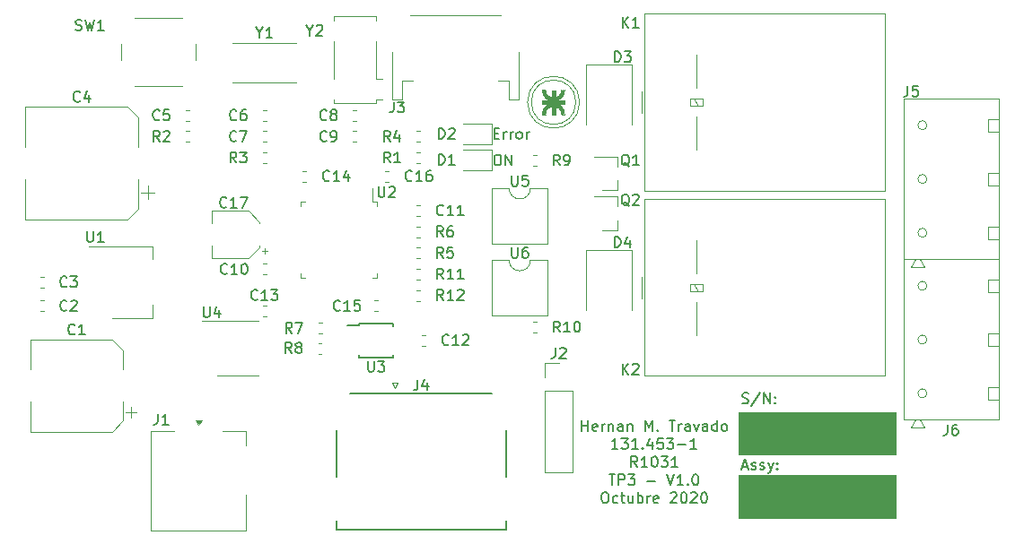
<source format=gbr>
G04 #@! TF.GenerationSoftware,KiCad,Pcbnew,(5.1.6)-1*
G04 #@! TF.CreationDate,2020-10-27T15:13:45-03:00*
G04 #@! TF.ProjectId,HMIconSTM32,484d4963-6f6e-4535-944d-33322e6b6963,v1.0*
G04 #@! TF.SameCoordinates,Original*
G04 #@! TF.FileFunction,Legend,Top*
G04 #@! TF.FilePolarity,Positive*
%FSLAX46Y46*%
G04 Gerber Fmt 4.6, Leading zero omitted, Abs format (unit mm)*
G04 Created by KiCad (PCBNEW (5.1.6)-1) date 2020-10-27 15:13:45*
%MOMM*%
%LPD*%
G01*
G04 APERTURE LIST*
%ADD10C,0.200000*%
%ADD11C,0.100000*%
%ADD12C,0.150000*%
%ADD13C,0.120000*%
%ADD14C,0.127000*%
%ADD15C,0.250000*%
%ADD16C,0.050000*%
G04 APERTURE END LIST*
D10*
X125166666Y-90052380D02*
X125166666Y-89052380D01*
X125166666Y-89528571D02*
X125738095Y-89528571D01*
X125738095Y-90052380D02*
X125738095Y-89052380D01*
X126595238Y-90004761D02*
X126500000Y-90052380D01*
X126309523Y-90052380D01*
X126214285Y-90004761D01*
X126166666Y-89909523D01*
X126166666Y-89528571D01*
X126214285Y-89433333D01*
X126309523Y-89385714D01*
X126500000Y-89385714D01*
X126595238Y-89433333D01*
X126642857Y-89528571D01*
X126642857Y-89623809D01*
X126166666Y-89719047D01*
X127071428Y-90052380D02*
X127071428Y-89385714D01*
X127071428Y-89576190D02*
X127119047Y-89480952D01*
X127166666Y-89433333D01*
X127261904Y-89385714D01*
X127357142Y-89385714D01*
X127690476Y-89385714D02*
X127690476Y-90052380D01*
X127690476Y-89480952D02*
X127738095Y-89433333D01*
X127833333Y-89385714D01*
X127976190Y-89385714D01*
X128071428Y-89433333D01*
X128119047Y-89528571D01*
X128119047Y-90052380D01*
X129023809Y-90052380D02*
X129023809Y-89528571D01*
X128976190Y-89433333D01*
X128880952Y-89385714D01*
X128690476Y-89385714D01*
X128595238Y-89433333D01*
X129023809Y-90004761D02*
X128928571Y-90052380D01*
X128690476Y-90052380D01*
X128595238Y-90004761D01*
X128547619Y-89909523D01*
X128547619Y-89814285D01*
X128595238Y-89719047D01*
X128690476Y-89671428D01*
X128928571Y-89671428D01*
X129023809Y-89623809D01*
X129500000Y-89385714D02*
X129500000Y-90052380D01*
X129500000Y-89480952D02*
X129547619Y-89433333D01*
X129642857Y-89385714D01*
X129785714Y-89385714D01*
X129880952Y-89433333D01*
X129928571Y-89528571D01*
X129928571Y-90052380D01*
X131166666Y-90052380D02*
X131166666Y-89052380D01*
X131500000Y-89766666D01*
X131833333Y-89052380D01*
X131833333Y-90052380D01*
X132309523Y-89957142D02*
X132357142Y-90004761D01*
X132309523Y-90052380D01*
X132261904Y-90004761D01*
X132309523Y-89957142D01*
X132309523Y-90052380D01*
X133404761Y-89052380D02*
X133976190Y-89052380D01*
X133690476Y-90052380D02*
X133690476Y-89052380D01*
X134309523Y-90052380D02*
X134309523Y-89385714D01*
X134309523Y-89576190D02*
X134357142Y-89480952D01*
X134404761Y-89433333D01*
X134500000Y-89385714D01*
X134595238Y-89385714D01*
X135357142Y-90052380D02*
X135357142Y-89528571D01*
X135309523Y-89433333D01*
X135214285Y-89385714D01*
X135023809Y-89385714D01*
X134928571Y-89433333D01*
X135357142Y-90004761D02*
X135261904Y-90052380D01*
X135023809Y-90052380D01*
X134928571Y-90004761D01*
X134880952Y-89909523D01*
X134880952Y-89814285D01*
X134928571Y-89719047D01*
X135023809Y-89671428D01*
X135261904Y-89671428D01*
X135357142Y-89623809D01*
X135738095Y-89385714D02*
X135976190Y-90052380D01*
X136214285Y-89385714D01*
X137023809Y-90052380D02*
X137023809Y-89528571D01*
X136976190Y-89433333D01*
X136880952Y-89385714D01*
X136690476Y-89385714D01*
X136595238Y-89433333D01*
X137023809Y-90004761D02*
X136928571Y-90052380D01*
X136690476Y-90052380D01*
X136595238Y-90004761D01*
X136547619Y-89909523D01*
X136547619Y-89814285D01*
X136595238Y-89719047D01*
X136690476Y-89671428D01*
X136928571Y-89671428D01*
X137023809Y-89623809D01*
X137928571Y-90052380D02*
X137928571Y-89052380D01*
X137928571Y-90004761D02*
X137833333Y-90052380D01*
X137642857Y-90052380D01*
X137547619Y-90004761D01*
X137500000Y-89957142D01*
X137452380Y-89861904D01*
X137452380Y-89576190D01*
X137500000Y-89480952D01*
X137547619Y-89433333D01*
X137642857Y-89385714D01*
X137833333Y-89385714D01*
X137928571Y-89433333D01*
X138547619Y-90052380D02*
X138452380Y-90004761D01*
X138404761Y-89957142D01*
X138357142Y-89861904D01*
X138357142Y-89576190D01*
X138404761Y-89480952D01*
X138452380Y-89433333D01*
X138547619Y-89385714D01*
X138690476Y-89385714D01*
X138785714Y-89433333D01*
X138833333Y-89480952D01*
X138880952Y-89576190D01*
X138880952Y-89861904D01*
X138833333Y-89957142D01*
X138785714Y-90004761D01*
X138690476Y-90052380D01*
X138547619Y-90052380D01*
X128571428Y-91752380D02*
X128000000Y-91752380D01*
X128285714Y-91752380D02*
X128285714Y-90752380D01*
X128190476Y-90895238D01*
X128095238Y-90990476D01*
X128000000Y-91038095D01*
X128904761Y-90752380D02*
X129523809Y-90752380D01*
X129190476Y-91133333D01*
X129333333Y-91133333D01*
X129428571Y-91180952D01*
X129476190Y-91228571D01*
X129523809Y-91323809D01*
X129523809Y-91561904D01*
X129476190Y-91657142D01*
X129428571Y-91704761D01*
X129333333Y-91752380D01*
X129047619Y-91752380D01*
X128952380Y-91704761D01*
X128904761Y-91657142D01*
X130476190Y-91752380D02*
X129904761Y-91752380D01*
X130190476Y-91752380D02*
X130190476Y-90752380D01*
X130095238Y-90895238D01*
X130000000Y-90990476D01*
X129904761Y-91038095D01*
X130904761Y-91657142D02*
X130952380Y-91704761D01*
X130904761Y-91752380D01*
X130857142Y-91704761D01*
X130904761Y-91657142D01*
X130904761Y-91752380D01*
X131809523Y-91085714D02*
X131809523Y-91752380D01*
X131571428Y-90704761D02*
X131333333Y-91419047D01*
X131952380Y-91419047D01*
X132809523Y-90752380D02*
X132333333Y-90752380D01*
X132285714Y-91228571D01*
X132333333Y-91180952D01*
X132428571Y-91133333D01*
X132666666Y-91133333D01*
X132761904Y-91180952D01*
X132809523Y-91228571D01*
X132857142Y-91323809D01*
X132857142Y-91561904D01*
X132809523Y-91657142D01*
X132761904Y-91704761D01*
X132666666Y-91752380D01*
X132428571Y-91752380D01*
X132333333Y-91704761D01*
X132285714Y-91657142D01*
X133190476Y-90752380D02*
X133809523Y-90752380D01*
X133476190Y-91133333D01*
X133619047Y-91133333D01*
X133714285Y-91180952D01*
X133761904Y-91228571D01*
X133809523Y-91323809D01*
X133809523Y-91561904D01*
X133761904Y-91657142D01*
X133714285Y-91704761D01*
X133619047Y-91752380D01*
X133333333Y-91752380D01*
X133238095Y-91704761D01*
X133190476Y-91657142D01*
X134238095Y-91371428D02*
X135000000Y-91371428D01*
X136000000Y-91752380D02*
X135428571Y-91752380D01*
X135714285Y-91752380D02*
X135714285Y-90752380D01*
X135619047Y-90895238D01*
X135523809Y-90990476D01*
X135428571Y-91038095D01*
X130404761Y-93452380D02*
X130071428Y-92976190D01*
X129833333Y-93452380D02*
X129833333Y-92452380D01*
X130214285Y-92452380D01*
X130309523Y-92500000D01*
X130357142Y-92547619D01*
X130404761Y-92642857D01*
X130404761Y-92785714D01*
X130357142Y-92880952D01*
X130309523Y-92928571D01*
X130214285Y-92976190D01*
X129833333Y-92976190D01*
X131357142Y-93452380D02*
X130785714Y-93452380D01*
X131071428Y-93452380D02*
X131071428Y-92452380D01*
X130976190Y-92595238D01*
X130880952Y-92690476D01*
X130785714Y-92738095D01*
X131976190Y-92452380D02*
X132071428Y-92452380D01*
X132166666Y-92500000D01*
X132214285Y-92547619D01*
X132261904Y-92642857D01*
X132309523Y-92833333D01*
X132309523Y-93071428D01*
X132261904Y-93261904D01*
X132214285Y-93357142D01*
X132166666Y-93404761D01*
X132071428Y-93452380D01*
X131976190Y-93452380D01*
X131880952Y-93404761D01*
X131833333Y-93357142D01*
X131785714Y-93261904D01*
X131738095Y-93071428D01*
X131738095Y-92833333D01*
X131785714Y-92642857D01*
X131833333Y-92547619D01*
X131880952Y-92500000D01*
X131976190Y-92452380D01*
X132642857Y-92452380D02*
X133261904Y-92452380D01*
X132928571Y-92833333D01*
X133071428Y-92833333D01*
X133166666Y-92880952D01*
X133214285Y-92928571D01*
X133261904Y-93023809D01*
X133261904Y-93261904D01*
X133214285Y-93357142D01*
X133166666Y-93404761D01*
X133071428Y-93452380D01*
X132785714Y-93452380D01*
X132690476Y-93404761D01*
X132642857Y-93357142D01*
X134214285Y-93452380D02*
X133642857Y-93452380D01*
X133928571Y-93452380D02*
X133928571Y-92452380D01*
X133833333Y-92595238D01*
X133738095Y-92690476D01*
X133642857Y-92738095D01*
X127738095Y-94152380D02*
X128309523Y-94152380D01*
X128023809Y-95152380D02*
X128023809Y-94152380D01*
X128642857Y-95152380D02*
X128642857Y-94152380D01*
X129023809Y-94152380D01*
X129119047Y-94200000D01*
X129166666Y-94247619D01*
X129214285Y-94342857D01*
X129214285Y-94485714D01*
X129166666Y-94580952D01*
X129119047Y-94628571D01*
X129023809Y-94676190D01*
X128642857Y-94676190D01*
X129547619Y-94152380D02*
X130166666Y-94152380D01*
X129833333Y-94533333D01*
X129976190Y-94533333D01*
X130071428Y-94580952D01*
X130119047Y-94628571D01*
X130166666Y-94723809D01*
X130166666Y-94961904D01*
X130119047Y-95057142D01*
X130071428Y-95104761D01*
X129976190Y-95152380D01*
X129690476Y-95152380D01*
X129595238Y-95104761D01*
X129547619Y-95057142D01*
X131357142Y-94771428D02*
X132119047Y-94771428D01*
X133214285Y-94152380D02*
X133547619Y-95152380D01*
X133880952Y-94152380D01*
X134738095Y-95152380D02*
X134166666Y-95152380D01*
X134452380Y-95152380D02*
X134452380Y-94152380D01*
X134357142Y-94295238D01*
X134261904Y-94390476D01*
X134166666Y-94438095D01*
X135166666Y-95057142D02*
X135214285Y-95104761D01*
X135166666Y-95152380D01*
X135119047Y-95104761D01*
X135166666Y-95057142D01*
X135166666Y-95152380D01*
X135833333Y-94152380D02*
X135928571Y-94152380D01*
X136023809Y-94200000D01*
X136071428Y-94247619D01*
X136119047Y-94342857D01*
X136166666Y-94533333D01*
X136166666Y-94771428D01*
X136119047Y-94961904D01*
X136071428Y-95057142D01*
X136023809Y-95104761D01*
X135928571Y-95152380D01*
X135833333Y-95152380D01*
X135738095Y-95104761D01*
X135690476Y-95057142D01*
X135642857Y-94961904D01*
X135595238Y-94771428D01*
X135595238Y-94533333D01*
X135642857Y-94342857D01*
X135690476Y-94247619D01*
X135738095Y-94200000D01*
X135833333Y-94152380D01*
X127261904Y-95852380D02*
X127452380Y-95852380D01*
X127547619Y-95900000D01*
X127642857Y-95995238D01*
X127690476Y-96185714D01*
X127690476Y-96519047D01*
X127642857Y-96709523D01*
X127547619Y-96804761D01*
X127452380Y-96852380D01*
X127261904Y-96852380D01*
X127166666Y-96804761D01*
X127071428Y-96709523D01*
X127023809Y-96519047D01*
X127023809Y-96185714D01*
X127071428Y-95995238D01*
X127166666Y-95900000D01*
X127261904Y-95852380D01*
X128547619Y-96804761D02*
X128452380Y-96852380D01*
X128261904Y-96852380D01*
X128166666Y-96804761D01*
X128119047Y-96757142D01*
X128071428Y-96661904D01*
X128071428Y-96376190D01*
X128119047Y-96280952D01*
X128166666Y-96233333D01*
X128261904Y-96185714D01*
X128452380Y-96185714D01*
X128547619Y-96233333D01*
X128833333Y-96185714D02*
X129214285Y-96185714D01*
X128976190Y-95852380D02*
X128976190Y-96709523D01*
X129023809Y-96804761D01*
X129119047Y-96852380D01*
X129214285Y-96852380D01*
X129976190Y-96185714D02*
X129976190Y-96852380D01*
X129547619Y-96185714D02*
X129547619Y-96709523D01*
X129595238Y-96804761D01*
X129690476Y-96852380D01*
X129833333Y-96852380D01*
X129928571Y-96804761D01*
X129976190Y-96757142D01*
X130452380Y-96852380D02*
X130452380Y-95852380D01*
X130452380Y-96233333D02*
X130547619Y-96185714D01*
X130738095Y-96185714D01*
X130833333Y-96233333D01*
X130880952Y-96280952D01*
X130928571Y-96376190D01*
X130928571Y-96661904D01*
X130880952Y-96757142D01*
X130833333Y-96804761D01*
X130738095Y-96852380D01*
X130547619Y-96852380D01*
X130452380Y-96804761D01*
X131357142Y-96852380D02*
X131357142Y-96185714D01*
X131357142Y-96376190D02*
X131404761Y-96280952D01*
X131452380Y-96233333D01*
X131547619Y-96185714D01*
X131642857Y-96185714D01*
X132357142Y-96804761D02*
X132261904Y-96852380D01*
X132071428Y-96852380D01*
X131976190Y-96804761D01*
X131928571Y-96709523D01*
X131928571Y-96328571D01*
X131976190Y-96233333D01*
X132071428Y-96185714D01*
X132261904Y-96185714D01*
X132357142Y-96233333D01*
X132404761Y-96328571D01*
X132404761Y-96423809D01*
X131928571Y-96519047D01*
X133547619Y-95947619D02*
X133595238Y-95900000D01*
X133690476Y-95852380D01*
X133928571Y-95852380D01*
X134023809Y-95900000D01*
X134071428Y-95947619D01*
X134119047Y-96042857D01*
X134119047Y-96138095D01*
X134071428Y-96280952D01*
X133500000Y-96852380D01*
X134119047Y-96852380D01*
X134738095Y-95852380D02*
X134833333Y-95852380D01*
X134928571Y-95900000D01*
X134976190Y-95947619D01*
X135023809Y-96042857D01*
X135071428Y-96233333D01*
X135071428Y-96471428D01*
X135023809Y-96661904D01*
X134976190Y-96757142D01*
X134928571Y-96804761D01*
X134833333Y-96852380D01*
X134738095Y-96852380D01*
X134642857Y-96804761D01*
X134595238Y-96757142D01*
X134547619Y-96661904D01*
X134500000Y-96471428D01*
X134500000Y-96233333D01*
X134547619Y-96042857D01*
X134595238Y-95947619D01*
X134642857Y-95900000D01*
X134738095Y-95852380D01*
X135452380Y-95947619D02*
X135500000Y-95900000D01*
X135595238Y-95852380D01*
X135833333Y-95852380D01*
X135928571Y-95900000D01*
X135976190Y-95947619D01*
X136023809Y-96042857D01*
X136023809Y-96138095D01*
X135976190Y-96280952D01*
X135404761Y-96852380D01*
X136023809Y-96852380D01*
X136642857Y-95852380D02*
X136738095Y-95852380D01*
X136833333Y-95900000D01*
X136880952Y-95947619D01*
X136928571Y-96042857D01*
X136976190Y-96233333D01*
X136976190Y-96471428D01*
X136928571Y-96661904D01*
X136880952Y-96757142D01*
X136833333Y-96804761D01*
X136738095Y-96852380D01*
X136642857Y-96852380D01*
X136547619Y-96804761D01*
X136500000Y-96757142D01*
X136452380Y-96661904D01*
X136404761Y-96471428D01*
X136404761Y-96233333D01*
X136452380Y-96042857D01*
X136500000Y-95947619D01*
X136547619Y-95900000D01*
X136642857Y-95852380D01*
D11*
G36*
X154750000Y-98250000D02*
G01*
X140000000Y-98250000D01*
X140000000Y-94250000D01*
X154750000Y-94250000D01*
X154750000Y-98250000D01*
G37*
X154750000Y-98250000D02*
X140000000Y-98250000D01*
X140000000Y-94250000D01*
X154750000Y-94250000D01*
X154750000Y-98250000D01*
D10*
X140320476Y-87404761D02*
X140463333Y-87452380D01*
X140701428Y-87452380D01*
X140796666Y-87404761D01*
X140844285Y-87357142D01*
X140891904Y-87261904D01*
X140891904Y-87166666D01*
X140844285Y-87071428D01*
X140796666Y-87023809D01*
X140701428Y-86976190D01*
X140510952Y-86928571D01*
X140415714Y-86880952D01*
X140368095Y-86833333D01*
X140320476Y-86738095D01*
X140320476Y-86642857D01*
X140368095Y-86547619D01*
X140415714Y-86500000D01*
X140510952Y-86452380D01*
X140749047Y-86452380D01*
X140891904Y-86500000D01*
X142034761Y-86404761D02*
X141177619Y-87690476D01*
X142368095Y-87452380D02*
X142368095Y-86452380D01*
X142939523Y-87452380D01*
X142939523Y-86452380D01*
X143415714Y-87357142D02*
X143463333Y-87404761D01*
X143415714Y-87452380D01*
X143368095Y-87404761D01*
X143415714Y-87357142D01*
X143415714Y-87452380D01*
X143415714Y-86833333D02*
X143463333Y-86880952D01*
X143415714Y-86928571D01*
X143368095Y-86880952D01*
X143415714Y-86833333D01*
X143415714Y-86928571D01*
X140320476Y-93416666D02*
X140796666Y-93416666D01*
X140225238Y-93702380D02*
X140558571Y-92702380D01*
X140891904Y-93702380D01*
X141177619Y-93654761D02*
X141272857Y-93702380D01*
X141463333Y-93702380D01*
X141558571Y-93654761D01*
X141606190Y-93559523D01*
X141606190Y-93511904D01*
X141558571Y-93416666D01*
X141463333Y-93369047D01*
X141320476Y-93369047D01*
X141225238Y-93321428D01*
X141177619Y-93226190D01*
X141177619Y-93178571D01*
X141225238Y-93083333D01*
X141320476Y-93035714D01*
X141463333Y-93035714D01*
X141558571Y-93083333D01*
X141987142Y-93654761D02*
X142082380Y-93702380D01*
X142272857Y-93702380D01*
X142368095Y-93654761D01*
X142415714Y-93559523D01*
X142415714Y-93511904D01*
X142368095Y-93416666D01*
X142272857Y-93369047D01*
X142130000Y-93369047D01*
X142034761Y-93321428D01*
X141987142Y-93226190D01*
X141987142Y-93178571D01*
X142034761Y-93083333D01*
X142130000Y-93035714D01*
X142272857Y-93035714D01*
X142368095Y-93083333D01*
X142749047Y-93035714D02*
X142987142Y-93702380D01*
X143225238Y-93035714D02*
X142987142Y-93702380D01*
X142891904Y-93940476D01*
X142844285Y-93988095D01*
X142749047Y-94035714D01*
X143606190Y-93607142D02*
X143653809Y-93654761D01*
X143606190Y-93702380D01*
X143558571Y-93654761D01*
X143606190Y-93607142D01*
X143606190Y-93702380D01*
X143606190Y-93083333D02*
X143653809Y-93130952D01*
X143606190Y-93178571D01*
X143558571Y-93130952D01*
X143606190Y-93083333D01*
X143606190Y-93178571D01*
D11*
G36*
X154750000Y-92250000D02*
G01*
X140000000Y-92250000D01*
X140000000Y-88250000D01*
X154750000Y-88250000D01*
X154750000Y-92250000D01*
G37*
X154750000Y-92250000D02*
X140000000Y-92250000D01*
X140000000Y-88250000D01*
X154750000Y-88250000D01*
X154750000Y-92250000D01*
D12*
X117130952Y-63952380D02*
X117321428Y-63952380D01*
X117416666Y-64000000D01*
X117511904Y-64095238D01*
X117559523Y-64285714D01*
X117559523Y-64619047D01*
X117511904Y-64809523D01*
X117416666Y-64904761D01*
X117321428Y-64952380D01*
X117130952Y-64952380D01*
X117035714Y-64904761D01*
X116940476Y-64809523D01*
X116892857Y-64619047D01*
X116892857Y-64285714D01*
X116940476Y-64095238D01*
X117035714Y-64000000D01*
X117130952Y-63952380D01*
X117988095Y-64952380D02*
X117988095Y-63952380D01*
X118559523Y-64952380D01*
X118559523Y-63952380D01*
X116904761Y-61928571D02*
X117238095Y-61928571D01*
X117380952Y-62452380D02*
X116904761Y-62452380D01*
X116904761Y-61452380D01*
X117380952Y-61452380D01*
X117809523Y-62452380D02*
X117809523Y-61785714D01*
X117809523Y-61976190D02*
X117857142Y-61880952D01*
X117904761Y-61833333D01*
X118000000Y-61785714D01*
X118095238Y-61785714D01*
X118428571Y-62452380D02*
X118428571Y-61785714D01*
X118428571Y-61976190D02*
X118476190Y-61880952D01*
X118523809Y-61833333D01*
X118619047Y-61785714D01*
X118714285Y-61785714D01*
X119190476Y-62452380D02*
X119095238Y-62404761D01*
X119047619Y-62357142D01*
X119000000Y-62261904D01*
X119000000Y-61976190D01*
X119047619Y-61880952D01*
X119095238Y-61833333D01*
X119190476Y-61785714D01*
X119333333Y-61785714D01*
X119428571Y-61833333D01*
X119476190Y-61880952D01*
X119523809Y-61976190D01*
X119523809Y-62261904D01*
X119476190Y-62357142D01*
X119428571Y-62404761D01*
X119333333Y-62452380D01*
X119190476Y-62452380D01*
X119952380Y-62452380D02*
X119952380Y-61785714D01*
X119952380Y-61976190D02*
X120000000Y-61880952D01*
X120047619Y-61833333D01*
X120142857Y-61785714D01*
X120238095Y-61785714D01*
D13*
X101740000Y-56800000D02*
X101740000Y-53200000D01*
X105760000Y-56800000D02*
X105760000Y-53200000D01*
X101740000Y-59100000D02*
X105760000Y-59100000D01*
X105760000Y-59100000D02*
X105760000Y-58700000D01*
X101740000Y-50900000D02*
X105760000Y-50900000D01*
X106350000Y-58700000D02*
X105760000Y-58700000D01*
X105760000Y-56800000D02*
X106350000Y-56800000D01*
X101740000Y-59100000D02*
X101740000Y-58700000D01*
X101740000Y-50900000D02*
X101740000Y-51300000D01*
X105760000Y-50900000D02*
X105760000Y-51300000D01*
X87837221Y-62760000D02*
X88162779Y-62760000D01*
X87837221Y-61740000D02*
X88162779Y-61740000D01*
X88162779Y-59740000D02*
X87837221Y-59740000D01*
X88162779Y-60760000D02*
X87837221Y-60760000D01*
X95250000Y-73310000D02*
X95250000Y-72810000D01*
X95500000Y-73060000D02*
X95000000Y-73060000D01*
X94760000Y-70304437D02*
X93695563Y-69240000D01*
X94760000Y-72695563D02*
X93695563Y-73760000D01*
X94760000Y-72695563D02*
X94760000Y-72560000D01*
X94760000Y-70304437D02*
X94760000Y-70440000D01*
X93695563Y-69240000D02*
X90240000Y-69240000D01*
X93695563Y-73760000D02*
X90240000Y-73760000D01*
X90240000Y-73760000D02*
X90240000Y-72560000D01*
X90240000Y-69240000D02*
X90240000Y-70440000D01*
X117500000Y-50750000D02*
X109000000Y-50750000D01*
X118250000Y-58700000D02*
X118250000Y-57000000D01*
X119250000Y-58700000D02*
X118250000Y-58700000D01*
X108250000Y-58700000D02*
X108250000Y-57000000D01*
X107250000Y-58700000D02*
X108250000Y-58700000D01*
X119250000Y-58700000D02*
X119250000Y-54250000D01*
X107250000Y-58700000D02*
X107250000Y-54250000D01*
X109250000Y-57000000D02*
X108250000Y-57000000D01*
X117250000Y-57000000D02*
X118250000Y-57000000D01*
X107250000Y-85500000D02*
X107500000Y-86000000D01*
X107750000Y-85500000D02*
X107250000Y-85500000D01*
X107500000Y-86000000D02*
X107750000Y-85500000D01*
D14*
X118000000Y-94380000D02*
X118000000Y-90000000D01*
X118000000Y-99400000D02*
X118000000Y-98500000D01*
X102000000Y-98500000D02*
X102000000Y-99400000D01*
X102000000Y-90000000D02*
X102000000Y-94380000D01*
X103500000Y-99400000D02*
X102000000Y-99400000D01*
X118000000Y-99400000D02*
X116500000Y-99400000D01*
X103300000Y-86500000D02*
X116700000Y-86500000D01*
X116500000Y-99400000D02*
X103500000Y-99400000D01*
D13*
X106624721Y-66510000D02*
X106950279Y-66510000D01*
X106624721Y-65490000D02*
X106950279Y-65490000D01*
X105587221Y-78760000D02*
X105912779Y-78760000D01*
X105587221Y-77740000D02*
X105912779Y-77740000D01*
X99162779Y-65490000D02*
X98837221Y-65490000D01*
X99162779Y-66510000D02*
X98837221Y-66510000D01*
D11*
G36*
X89300000Y-89050000D02*
G01*
X89000000Y-89450000D01*
X88700000Y-89050000D01*
X89300000Y-89050000D01*
G37*
X89300000Y-89050000D02*
X89000000Y-89450000D01*
X88700000Y-89050000D01*
X89300000Y-89050000D01*
D13*
X93500000Y-90050000D02*
X91300000Y-90050000D01*
X93500000Y-90050000D02*
X93500000Y-91450000D01*
X84500000Y-99450000D02*
X93500000Y-99450000D01*
X86700000Y-90050000D02*
X84500000Y-90050000D01*
X93500000Y-99450000D02*
X93500000Y-96050000D01*
X84500000Y-90050000D02*
X84500000Y-99450000D01*
X105410000Y-68390000D02*
X105410000Y-67100000D01*
X105860000Y-68390000D02*
X105410000Y-68390000D01*
X105860000Y-68840000D02*
X105860000Y-68390000D01*
X105860000Y-75610000D02*
X105410000Y-75610000D01*
X105860000Y-75160000D02*
X105860000Y-75610000D01*
X98640000Y-68390000D02*
X99090000Y-68390000D01*
X98640000Y-68840000D02*
X98640000Y-68390000D01*
X98640000Y-75610000D02*
X99090000Y-75610000D01*
X98640000Y-75160000D02*
X98640000Y-75610000D01*
D15*
X121600000Y-59000000D02*
X123400000Y-59000000D01*
D16*
X121600000Y-58850000D02*
X121600000Y-59150000D01*
X123400000Y-58850000D02*
X123400000Y-59150000D01*
X123450000Y-58850000D02*
X123450000Y-59150000D01*
X123500000Y-58850000D02*
X123500000Y-59150000D01*
X121550000Y-59150000D02*
X121550000Y-58850000D01*
X121500000Y-58850000D02*
X121500000Y-59150000D01*
D15*
X122500000Y-57950000D02*
X122500000Y-60050000D01*
D16*
X122375000Y-57950000D02*
X122625000Y-57950000D01*
X122375000Y-60050000D02*
X122625000Y-60050000D01*
X122375000Y-60100000D02*
X122625000Y-60100000D01*
X122375000Y-57900000D02*
X122625000Y-57900000D01*
X121450000Y-57850000D02*
X121750000Y-57850000D01*
X123550000Y-57850000D02*
X123250000Y-57850000D01*
X123550000Y-60150000D02*
X123250000Y-60150000D01*
X121450000Y-60150000D02*
X121750000Y-60150000D01*
X122350000Y-59150000D02*
X122350000Y-60150000D01*
X122340000Y-59150000D02*
X122350000Y-59150000D01*
X121450000Y-59150000D02*
X122700000Y-59150000D01*
X121450000Y-58850000D02*
X121450000Y-59150000D01*
X123550000Y-58850000D02*
X121450000Y-58850000D01*
X123550000Y-59150000D02*
X123550000Y-58850000D01*
X122650000Y-59150000D02*
X123550000Y-59150000D01*
X122650000Y-60150000D02*
X122650000Y-59150000D01*
X122350000Y-60150000D02*
X122650000Y-60150000D01*
X122350000Y-57850000D02*
X122350000Y-59200000D01*
X122650000Y-57850000D02*
X122650000Y-59250000D01*
X122350000Y-57850000D02*
X122650000Y-57850000D01*
D13*
X124600000Y-59000000D02*
G75*
G03*
X124600000Y-59000000I-2100000J0D01*
G01*
X124950000Y-59000000D02*
G75*
G03*
X124950000Y-59000000I-2450000J0D01*
G01*
D11*
X121700043Y-60099338D02*
G75*
G02*
X123299999Y-60100001I799957J-50662D01*
G01*
X121499980Y-60100432D02*
G75*
G02*
X123499999Y-60100001I1000020J-49568D01*
G01*
D15*
X121600036Y-60049691D02*
G75*
G02*
X123399999Y-60050001I899964J-100309D01*
G01*
D11*
X123500020Y-57899568D02*
G75*
G02*
X121500001Y-57899999I-1000020J49568D01*
G01*
X123299957Y-57900662D02*
G75*
G02*
X121700001Y-57899999I-799957J50662D01*
G01*
D15*
X123399964Y-57950309D02*
G75*
G02*
X121600001Y-57949999I-899964J100309D01*
G01*
D16*
X123250000Y-57850000D02*
G75*
G02*
X121750000Y-57850000I-750000J0D01*
G01*
X121450000Y-57850000D02*
G75*
G03*
X123550000Y-57850000I1050000J0D01*
G01*
X121750000Y-60150000D02*
G75*
G02*
X123250000Y-60150000I750000J0D01*
G01*
X123550000Y-60150000D02*
G75*
G03*
X121450000Y-60150000I-1050000J0D01*
G01*
D13*
X129900000Y-72950000D02*
X129900000Y-78650000D01*
X125600000Y-72950000D02*
X125600000Y-78650000D01*
X129900000Y-72950000D02*
X125600000Y-72950000D01*
X121960000Y-73920000D02*
X120310000Y-73920000D01*
X121960000Y-79120000D02*
X121960000Y-73920000D01*
X116660000Y-79120000D02*
X121960000Y-79120000D01*
X116660000Y-73920000D02*
X116660000Y-79120000D01*
X118310000Y-73920000D02*
X116660000Y-73920000D01*
X120310000Y-73920000D02*
G75*
G02*
X118310000Y-73920000I-1000000J0D01*
G01*
X121960000Y-67130000D02*
X120310000Y-67130000D01*
X121960000Y-72330000D02*
X121960000Y-67130000D01*
X116660000Y-72330000D02*
X121960000Y-72330000D01*
X116660000Y-67130000D02*
X116660000Y-72330000D01*
X118310000Y-67130000D02*
X116660000Y-67130000D01*
X120310000Y-67130000D02*
G75*
G02*
X118310000Y-67130000I-1000000J0D01*
G01*
X109587221Y-77760000D02*
X109912779Y-77760000D01*
X109587221Y-76740000D02*
X109912779Y-76740000D01*
X109587221Y-75760000D02*
X109912779Y-75760000D01*
X109587221Y-74740000D02*
X109912779Y-74740000D01*
X92250000Y-53390000D02*
X98250000Y-53390000D01*
X92250000Y-57110000D02*
X98250000Y-57110000D01*
X92750000Y-79690000D02*
X89300000Y-79690000D01*
X92750000Y-79690000D02*
X94700000Y-79690000D01*
X92750000Y-84810000D02*
X90800000Y-84810000D01*
X92750000Y-84810000D02*
X94700000Y-84810000D01*
D12*
X104125000Y-80050000D02*
X103050000Y-80050000D01*
X104125000Y-83125000D02*
X107375000Y-83125000D01*
X104125000Y-79875000D02*
X107375000Y-79875000D01*
X104125000Y-83125000D02*
X104125000Y-82850000D01*
X107375000Y-83125000D02*
X107375000Y-82850000D01*
X107375000Y-79875000D02*
X107375000Y-80150000D01*
X104125000Y-79875000D02*
X104125000Y-80050000D01*
D13*
X78650000Y-72590000D02*
X84660000Y-72590000D01*
X80900000Y-79410000D02*
X84660000Y-79410000D01*
X84660000Y-72590000D02*
X84660000Y-73850000D01*
X84660000Y-79410000D02*
X84660000Y-78150000D01*
X81750000Y-53500000D02*
X81750000Y-55000000D01*
X83000000Y-57500000D02*
X87500000Y-57500000D01*
X88750000Y-55000000D02*
X88750000Y-53500000D01*
X87500000Y-51000000D02*
X83000000Y-51000000D01*
X120912779Y-79740000D02*
X120587221Y-79740000D01*
X120912779Y-80760000D02*
X120587221Y-80760000D01*
X120587221Y-65010000D02*
X120912779Y-65010000D01*
X120587221Y-63990000D02*
X120912779Y-63990000D01*
X100299721Y-82760000D02*
X100625279Y-82760000D01*
X100299721Y-81740000D02*
X100625279Y-81740000D01*
X100650279Y-79840000D02*
X100324721Y-79840000D01*
X100650279Y-80860000D02*
X100324721Y-80860000D01*
X109912779Y-70740000D02*
X109587221Y-70740000D01*
X109912779Y-71760000D02*
X109587221Y-71760000D01*
X109912779Y-72740000D02*
X109587221Y-72740000D01*
X109912779Y-73760000D02*
X109587221Y-73760000D01*
X109912779Y-61740000D02*
X109587221Y-61740000D01*
X109912779Y-62760000D02*
X109587221Y-62760000D01*
X95412779Y-63740000D02*
X95087221Y-63740000D01*
X95412779Y-64760000D02*
X95087221Y-64760000D01*
X109912779Y-63740000D02*
X109587221Y-63740000D01*
X109912779Y-64760000D02*
X109587221Y-64760000D01*
X128510000Y-71080000D02*
X127050000Y-71080000D01*
X128510000Y-67920000D02*
X126350000Y-67920000D01*
X128510000Y-67920000D02*
X128510000Y-68850000D01*
X128510000Y-71080000D02*
X128510000Y-70150000D01*
X128510000Y-67330000D02*
X127050000Y-67330000D01*
X128510000Y-64170000D02*
X126350000Y-64170000D01*
X128510000Y-64170000D02*
X128510000Y-65100000D01*
X128510000Y-67330000D02*
X128510000Y-66400000D01*
X153800000Y-68150000D02*
X131100000Y-68150000D01*
X131100000Y-68150000D02*
X131100000Y-84850000D01*
X131100000Y-84850000D02*
X153800000Y-84850000D01*
X153800000Y-84850000D02*
X153800000Y-68150000D01*
X136150000Y-76850000D02*
X135750000Y-76150000D01*
X136550000Y-76150000D02*
X135350000Y-76150000D01*
X135350000Y-76150000D02*
X135350000Y-76850000D01*
X135350000Y-76850000D02*
X136550000Y-76850000D01*
X136550000Y-76850000D02*
X136550000Y-76150000D01*
X130840000Y-77500000D02*
X130840000Y-75500000D01*
X135950000Y-81000000D02*
X135950000Y-77850000D01*
X135950000Y-75150000D02*
X135950000Y-72000000D01*
X153800000Y-50650000D02*
X131100000Y-50650000D01*
X131100000Y-50650000D02*
X131100000Y-67350000D01*
X131100000Y-67350000D02*
X153800000Y-67350000D01*
X153800000Y-67350000D02*
X153800000Y-50650000D01*
X136150000Y-59350000D02*
X135750000Y-58650000D01*
X136550000Y-58650000D02*
X135350000Y-58650000D01*
X135350000Y-58650000D02*
X135350000Y-59350000D01*
X135350000Y-59350000D02*
X136550000Y-59350000D01*
X136550000Y-59350000D02*
X136550000Y-58650000D01*
X130840000Y-60000000D02*
X130840000Y-58000000D01*
X135950000Y-63500000D02*
X135950000Y-60350000D01*
X135950000Y-57650000D02*
X135950000Y-54500000D01*
X155500000Y-89000000D02*
X155500000Y-73840000D01*
X155500000Y-89000000D02*
X164500000Y-89000000D01*
X164500000Y-89000000D02*
X164500000Y-73840000D01*
X164500000Y-87100000D02*
X163500000Y-87100000D01*
X163500000Y-87100000D02*
X163500000Y-85900000D01*
X163500000Y-85900000D02*
X164500000Y-85900000D01*
X164500000Y-82020000D02*
X163500000Y-82020000D01*
X163500000Y-80820000D02*
X164500000Y-80820000D01*
X163500000Y-82020000D02*
X163500000Y-80820000D01*
X157724264Y-86500000D02*
G75*
G03*
X157724264Y-86500000I-424264J0D01*
G01*
X157724264Y-81420000D02*
G75*
G03*
X157724264Y-81420000I-424264J0D01*
G01*
X155500000Y-73840000D02*
X164500000Y-73840000D01*
X163500000Y-76940000D02*
X163500000Y-75740000D01*
X163500000Y-75740000D02*
X164500000Y-75740000D01*
X157724264Y-76340000D02*
G75*
G03*
X157724264Y-76340000I-424264J0D01*
G01*
X164500000Y-76940000D02*
X163500000Y-76940000D01*
X157500000Y-89700000D02*
X157100000Y-89000000D01*
X156600000Y-89000000D02*
X156200000Y-89700000D01*
X156200000Y-89700000D02*
X157500000Y-89700000D01*
X155500000Y-73830000D02*
X155500000Y-58670000D01*
X155500000Y-73830000D02*
X164500000Y-73830000D01*
X164500000Y-73830000D02*
X164500000Y-58670000D01*
X164500000Y-71930000D02*
X163500000Y-71930000D01*
X163500000Y-71930000D02*
X163500000Y-70730000D01*
X163500000Y-70730000D02*
X164500000Y-70730000D01*
X164500000Y-66850000D02*
X163500000Y-66850000D01*
X163500000Y-65650000D02*
X164500000Y-65650000D01*
X163500000Y-66850000D02*
X163500000Y-65650000D01*
X157724264Y-71330000D02*
G75*
G03*
X157724264Y-71330000I-424264J0D01*
G01*
X157724264Y-66250000D02*
G75*
G03*
X157724264Y-66250000I-424264J0D01*
G01*
X155500000Y-58670000D02*
X164500000Y-58670000D01*
X163500000Y-61770000D02*
X163500000Y-60570000D01*
X163500000Y-60570000D02*
X164500000Y-60570000D01*
X157724264Y-61170000D02*
G75*
G03*
X157724264Y-61170000I-424264J0D01*
G01*
X164500000Y-61770000D02*
X163500000Y-61770000D01*
X157500000Y-74530000D02*
X157100000Y-73830000D01*
X156600000Y-73830000D02*
X156200000Y-74530000D01*
X156200000Y-74530000D02*
X157500000Y-74530000D01*
X121670000Y-83670000D02*
X123000000Y-83670000D01*
X121670000Y-85000000D02*
X121670000Y-83670000D01*
X121670000Y-86270000D02*
X124330000Y-86270000D01*
X124330000Y-86270000D02*
X124330000Y-93950000D01*
X121670000Y-86270000D02*
X121670000Y-93950000D01*
X121670000Y-93950000D02*
X124330000Y-93950000D01*
X129900000Y-55450000D02*
X129900000Y-61150000D01*
X125600000Y-55450000D02*
X125600000Y-61150000D01*
X129900000Y-55450000D02*
X125600000Y-55450000D01*
X116685000Y-61040000D02*
X114000000Y-61040000D01*
X116685000Y-62960000D02*
X116685000Y-61040000D01*
X114000000Y-62960000D02*
X116685000Y-62960000D01*
X116685000Y-63490000D02*
X114000000Y-63490000D01*
X116685000Y-65410000D02*
X116685000Y-63490000D01*
X114000000Y-65410000D02*
X116685000Y-65410000D01*
X95412779Y-78240000D02*
X95087221Y-78240000D01*
X95412779Y-79260000D02*
X95087221Y-79260000D01*
X110087221Y-82010000D02*
X110412779Y-82010000D01*
X110087221Y-80990000D02*
X110412779Y-80990000D01*
X109587221Y-69760000D02*
X109912779Y-69760000D01*
X109587221Y-68740000D02*
X109912779Y-68740000D01*
X95412779Y-74240000D02*
X95087221Y-74240000D01*
X95412779Y-75260000D02*
X95087221Y-75260000D01*
X103912779Y-61740000D02*
X103587221Y-61740000D01*
X103912779Y-62760000D02*
X103587221Y-62760000D01*
X103587221Y-60760000D02*
X103912779Y-60760000D01*
X103587221Y-59740000D02*
X103912779Y-59740000D01*
X95412779Y-61740000D02*
X95087221Y-61740000D01*
X95412779Y-62760000D02*
X95087221Y-62760000D01*
X95087221Y-60760000D02*
X95412779Y-60760000D01*
X95087221Y-59740000D02*
X95412779Y-59740000D01*
X84225000Y-68135000D02*
X84225000Y-66885000D01*
X84850000Y-67510000D02*
X83600000Y-67510000D01*
X83360000Y-60454437D02*
X82295563Y-59390000D01*
X83360000Y-69045563D02*
X82295563Y-70110000D01*
X83360000Y-69045563D02*
X83360000Y-66260000D01*
X83360000Y-60454437D02*
X83360000Y-63240000D01*
X82295563Y-59390000D02*
X72640000Y-59390000D01*
X82295563Y-70110000D02*
X72640000Y-70110000D01*
X72640000Y-70110000D02*
X72640000Y-66260000D01*
X72640000Y-59390000D02*
X72640000Y-63240000D01*
X74412779Y-75490000D02*
X74087221Y-75490000D01*
X74412779Y-76510000D02*
X74087221Y-76510000D01*
X74412779Y-77740000D02*
X74087221Y-77740000D01*
X74412779Y-78760000D02*
X74087221Y-78760000D01*
X82650000Y-88760000D02*
X82650000Y-87760000D01*
X83150000Y-88260000D02*
X82150000Y-88260000D01*
X81910000Y-82454437D02*
X80845563Y-81390000D01*
X81910000Y-89045563D02*
X80845563Y-90110000D01*
X81910000Y-89045563D02*
X81910000Y-87260000D01*
X81910000Y-82454437D02*
X81910000Y-84240000D01*
X80845563Y-81390000D02*
X73190000Y-81390000D01*
X80845563Y-90110000D02*
X73190000Y-90110000D01*
X73190000Y-90110000D02*
X73190000Y-87260000D01*
X73190000Y-81390000D02*
X73190000Y-84240000D01*
D12*
X99523809Y-52226190D02*
X99523809Y-52702380D01*
X99190476Y-51702380D02*
X99523809Y-52226190D01*
X99857142Y-51702380D01*
X100142857Y-51797619D02*
X100190476Y-51750000D01*
X100285714Y-51702380D01*
X100523809Y-51702380D01*
X100619047Y-51750000D01*
X100666666Y-51797619D01*
X100714285Y-51892857D01*
X100714285Y-51988095D01*
X100666666Y-52130952D01*
X100095238Y-52702380D01*
X100714285Y-52702380D01*
X85333333Y-62702380D02*
X85000000Y-62226190D01*
X84761904Y-62702380D02*
X84761904Y-61702380D01*
X85142857Y-61702380D01*
X85238095Y-61750000D01*
X85285714Y-61797619D01*
X85333333Y-61892857D01*
X85333333Y-62035714D01*
X85285714Y-62130952D01*
X85238095Y-62178571D01*
X85142857Y-62226190D01*
X84761904Y-62226190D01*
X85714285Y-61797619D02*
X85761904Y-61750000D01*
X85857142Y-61702380D01*
X86095238Y-61702380D01*
X86190476Y-61750000D01*
X86238095Y-61797619D01*
X86285714Y-61892857D01*
X86285714Y-61988095D01*
X86238095Y-62130952D01*
X85666666Y-62702380D01*
X86285714Y-62702380D01*
X85333333Y-60607142D02*
X85285714Y-60654761D01*
X85142857Y-60702380D01*
X85047619Y-60702380D01*
X84904761Y-60654761D01*
X84809523Y-60559523D01*
X84761904Y-60464285D01*
X84714285Y-60273809D01*
X84714285Y-60130952D01*
X84761904Y-59940476D01*
X84809523Y-59845238D01*
X84904761Y-59750000D01*
X85047619Y-59702380D01*
X85142857Y-59702380D01*
X85285714Y-59750000D01*
X85333333Y-59797619D01*
X86238095Y-59702380D02*
X85761904Y-59702380D01*
X85714285Y-60178571D01*
X85761904Y-60130952D01*
X85857142Y-60083333D01*
X86095238Y-60083333D01*
X86190476Y-60130952D01*
X86238095Y-60178571D01*
X86285714Y-60273809D01*
X86285714Y-60511904D01*
X86238095Y-60607142D01*
X86190476Y-60654761D01*
X86095238Y-60702380D01*
X85857142Y-60702380D01*
X85761904Y-60654761D01*
X85714285Y-60607142D01*
X91657142Y-68857142D02*
X91609523Y-68904761D01*
X91466666Y-68952380D01*
X91371428Y-68952380D01*
X91228571Y-68904761D01*
X91133333Y-68809523D01*
X91085714Y-68714285D01*
X91038095Y-68523809D01*
X91038095Y-68380952D01*
X91085714Y-68190476D01*
X91133333Y-68095238D01*
X91228571Y-68000000D01*
X91371428Y-67952380D01*
X91466666Y-67952380D01*
X91609523Y-68000000D01*
X91657142Y-68047619D01*
X92609523Y-68952380D02*
X92038095Y-68952380D01*
X92323809Y-68952380D02*
X92323809Y-67952380D01*
X92228571Y-68095238D01*
X92133333Y-68190476D01*
X92038095Y-68238095D01*
X92942857Y-67952380D02*
X93609523Y-67952380D01*
X93180952Y-68952380D01*
X107416666Y-58952380D02*
X107416666Y-59666666D01*
X107369047Y-59809523D01*
X107273809Y-59904761D01*
X107130952Y-59952380D01*
X107035714Y-59952380D01*
X107797619Y-58952380D02*
X108416666Y-58952380D01*
X108083333Y-59333333D01*
X108226190Y-59333333D01*
X108321428Y-59380952D01*
X108369047Y-59428571D01*
X108416666Y-59523809D01*
X108416666Y-59761904D01*
X108369047Y-59857142D01*
X108321428Y-59904761D01*
X108226190Y-59952380D01*
X107940476Y-59952380D01*
X107845238Y-59904761D01*
X107797619Y-59857142D01*
X109666666Y-85202380D02*
X109666666Y-85916666D01*
X109619047Y-86059523D01*
X109523809Y-86154761D01*
X109380952Y-86202380D01*
X109285714Y-86202380D01*
X110571428Y-85535714D02*
X110571428Y-86202380D01*
X110333333Y-85154761D02*
X110095238Y-85869047D01*
X110714285Y-85869047D01*
X109144642Y-66357142D02*
X109097023Y-66404761D01*
X108954166Y-66452380D01*
X108858928Y-66452380D01*
X108716071Y-66404761D01*
X108620833Y-66309523D01*
X108573214Y-66214285D01*
X108525595Y-66023809D01*
X108525595Y-65880952D01*
X108573214Y-65690476D01*
X108620833Y-65595238D01*
X108716071Y-65500000D01*
X108858928Y-65452380D01*
X108954166Y-65452380D01*
X109097023Y-65500000D01*
X109144642Y-65547619D01*
X110097023Y-66452380D02*
X109525595Y-66452380D01*
X109811309Y-66452380D02*
X109811309Y-65452380D01*
X109716071Y-65595238D01*
X109620833Y-65690476D01*
X109525595Y-65738095D01*
X110954166Y-65452380D02*
X110763690Y-65452380D01*
X110668452Y-65500000D01*
X110620833Y-65547619D01*
X110525595Y-65690476D01*
X110477976Y-65880952D01*
X110477976Y-66261904D01*
X110525595Y-66357142D01*
X110573214Y-66404761D01*
X110668452Y-66452380D01*
X110858928Y-66452380D01*
X110954166Y-66404761D01*
X111001785Y-66357142D01*
X111049404Y-66261904D01*
X111049404Y-66023809D01*
X111001785Y-65928571D01*
X110954166Y-65880952D01*
X110858928Y-65833333D01*
X110668452Y-65833333D01*
X110573214Y-65880952D01*
X110525595Y-65928571D01*
X110477976Y-66023809D01*
X102357142Y-78607142D02*
X102309523Y-78654761D01*
X102166666Y-78702380D01*
X102071428Y-78702380D01*
X101928571Y-78654761D01*
X101833333Y-78559523D01*
X101785714Y-78464285D01*
X101738095Y-78273809D01*
X101738095Y-78130952D01*
X101785714Y-77940476D01*
X101833333Y-77845238D01*
X101928571Y-77750000D01*
X102071428Y-77702380D01*
X102166666Y-77702380D01*
X102309523Y-77750000D01*
X102357142Y-77797619D01*
X103309523Y-78702380D02*
X102738095Y-78702380D01*
X103023809Y-78702380D02*
X103023809Y-77702380D01*
X102928571Y-77845238D01*
X102833333Y-77940476D01*
X102738095Y-77988095D01*
X104214285Y-77702380D02*
X103738095Y-77702380D01*
X103690476Y-78178571D01*
X103738095Y-78130952D01*
X103833333Y-78083333D01*
X104071428Y-78083333D01*
X104166666Y-78130952D01*
X104214285Y-78178571D01*
X104261904Y-78273809D01*
X104261904Y-78511904D01*
X104214285Y-78607142D01*
X104166666Y-78654761D01*
X104071428Y-78702380D01*
X103833333Y-78702380D01*
X103738095Y-78654761D01*
X103690476Y-78607142D01*
X101357142Y-66357142D02*
X101309523Y-66404761D01*
X101166666Y-66452380D01*
X101071428Y-66452380D01*
X100928571Y-66404761D01*
X100833333Y-66309523D01*
X100785714Y-66214285D01*
X100738095Y-66023809D01*
X100738095Y-65880952D01*
X100785714Y-65690476D01*
X100833333Y-65595238D01*
X100928571Y-65500000D01*
X101071428Y-65452380D01*
X101166666Y-65452380D01*
X101309523Y-65500000D01*
X101357142Y-65547619D01*
X102309523Y-66452380D02*
X101738095Y-66452380D01*
X102023809Y-66452380D02*
X102023809Y-65452380D01*
X101928571Y-65595238D01*
X101833333Y-65690476D01*
X101738095Y-65738095D01*
X103166666Y-65785714D02*
X103166666Y-66452380D01*
X102928571Y-65404761D02*
X102690476Y-66119047D01*
X103309523Y-66119047D01*
X85166666Y-88452380D02*
X85166666Y-89166666D01*
X85119047Y-89309523D01*
X85023809Y-89404761D01*
X84880952Y-89452380D01*
X84785714Y-89452380D01*
X86166666Y-89452380D02*
X85595238Y-89452380D01*
X85880952Y-89452380D02*
X85880952Y-88452380D01*
X85785714Y-88595238D01*
X85690476Y-88690476D01*
X85595238Y-88738095D01*
X105988095Y-66952380D02*
X105988095Y-67761904D01*
X106035714Y-67857142D01*
X106083333Y-67904761D01*
X106178571Y-67952380D01*
X106369047Y-67952380D01*
X106464285Y-67904761D01*
X106511904Y-67857142D01*
X106559523Y-67761904D01*
X106559523Y-66952380D01*
X106988095Y-67047619D02*
X107035714Y-67000000D01*
X107130952Y-66952380D01*
X107369047Y-66952380D01*
X107464285Y-67000000D01*
X107511904Y-67047619D01*
X107559523Y-67142857D01*
X107559523Y-67238095D01*
X107511904Y-67380952D01*
X106940476Y-67952380D01*
X107559523Y-67952380D01*
X128261904Y-72702380D02*
X128261904Y-71702380D01*
X128500000Y-71702380D01*
X128642857Y-71750000D01*
X128738095Y-71845238D01*
X128785714Y-71940476D01*
X128833333Y-72130952D01*
X128833333Y-72273809D01*
X128785714Y-72464285D01*
X128738095Y-72559523D01*
X128642857Y-72654761D01*
X128500000Y-72702380D01*
X128261904Y-72702380D01*
X129690476Y-72035714D02*
X129690476Y-72702380D01*
X129452380Y-71654761D02*
X129214285Y-72369047D01*
X129833333Y-72369047D01*
X118548095Y-72702380D02*
X118548095Y-73511904D01*
X118595714Y-73607142D01*
X118643333Y-73654761D01*
X118738571Y-73702380D01*
X118929047Y-73702380D01*
X119024285Y-73654761D01*
X119071904Y-73607142D01*
X119119523Y-73511904D01*
X119119523Y-72702380D01*
X120024285Y-72702380D02*
X119833809Y-72702380D01*
X119738571Y-72750000D01*
X119690952Y-72797619D01*
X119595714Y-72940476D01*
X119548095Y-73130952D01*
X119548095Y-73511904D01*
X119595714Y-73607142D01*
X119643333Y-73654761D01*
X119738571Y-73702380D01*
X119929047Y-73702380D01*
X120024285Y-73654761D01*
X120071904Y-73607142D01*
X120119523Y-73511904D01*
X120119523Y-73273809D01*
X120071904Y-73178571D01*
X120024285Y-73130952D01*
X119929047Y-73083333D01*
X119738571Y-73083333D01*
X119643333Y-73130952D01*
X119595714Y-73178571D01*
X119548095Y-73273809D01*
X118548095Y-65912380D02*
X118548095Y-66721904D01*
X118595714Y-66817142D01*
X118643333Y-66864761D01*
X118738571Y-66912380D01*
X118929047Y-66912380D01*
X119024285Y-66864761D01*
X119071904Y-66817142D01*
X119119523Y-66721904D01*
X119119523Y-65912380D01*
X120071904Y-65912380D02*
X119595714Y-65912380D01*
X119548095Y-66388571D01*
X119595714Y-66340952D01*
X119690952Y-66293333D01*
X119929047Y-66293333D01*
X120024285Y-66340952D01*
X120071904Y-66388571D01*
X120119523Y-66483809D01*
X120119523Y-66721904D01*
X120071904Y-66817142D01*
X120024285Y-66864761D01*
X119929047Y-66912380D01*
X119690952Y-66912380D01*
X119595714Y-66864761D01*
X119548095Y-66817142D01*
X112107142Y-77702380D02*
X111773809Y-77226190D01*
X111535714Y-77702380D02*
X111535714Y-76702380D01*
X111916666Y-76702380D01*
X112011904Y-76750000D01*
X112059523Y-76797619D01*
X112107142Y-76892857D01*
X112107142Y-77035714D01*
X112059523Y-77130952D01*
X112011904Y-77178571D01*
X111916666Y-77226190D01*
X111535714Y-77226190D01*
X113059523Y-77702380D02*
X112488095Y-77702380D01*
X112773809Y-77702380D02*
X112773809Y-76702380D01*
X112678571Y-76845238D01*
X112583333Y-76940476D01*
X112488095Y-76988095D01*
X113440476Y-76797619D02*
X113488095Y-76750000D01*
X113583333Y-76702380D01*
X113821428Y-76702380D01*
X113916666Y-76750000D01*
X113964285Y-76797619D01*
X114011904Y-76892857D01*
X114011904Y-76988095D01*
X113964285Y-77130952D01*
X113392857Y-77702380D01*
X114011904Y-77702380D01*
X112107142Y-75702380D02*
X111773809Y-75226190D01*
X111535714Y-75702380D02*
X111535714Y-74702380D01*
X111916666Y-74702380D01*
X112011904Y-74750000D01*
X112059523Y-74797619D01*
X112107142Y-74892857D01*
X112107142Y-75035714D01*
X112059523Y-75130952D01*
X112011904Y-75178571D01*
X111916666Y-75226190D01*
X111535714Y-75226190D01*
X113059523Y-75702380D02*
X112488095Y-75702380D01*
X112773809Y-75702380D02*
X112773809Y-74702380D01*
X112678571Y-74845238D01*
X112583333Y-74940476D01*
X112488095Y-74988095D01*
X114011904Y-75702380D02*
X113440476Y-75702380D01*
X113726190Y-75702380D02*
X113726190Y-74702380D01*
X113630952Y-74845238D01*
X113535714Y-74940476D01*
X113440476Y-74988095D01*
X94773809Y-52426190D02*
X94773809Y-52902380D01*
X94440476Y-51902380D02*
X94773809Y-52426190D01*
X95107142Y-51902380D01*
X95964285Y-52902380D02*
X95392857Y-52902380D01*
X95678571Y-52902380D02*
X95678571Y-51902380D01*
X95583333Y-52045238D01*
X95488095Y-52140476D01*
X95392857Y-52188095D01*
X89488095Y-78302380D02*
X89488095Y-79111904D01*
X89535714Y-79207142D01*
X89583333Y-79254761D01*
X89678571Y-79302380D01*
X89869047Y-79302380D01*
X89964285Y-79254761D01*
X90011904Y-79207142D01*
X90059523Y-79111904D01*
X90059523Y-78302380D01*
X90964285Y-78635714D02*
X90964285Y-79302380D01*
X90726190Y-78254761D02*
X90488095Y-78969047D01*
X91107142Y-78969047D01*
X104988095Y-83452380D02*
X104988095Y-84261904D01*
X105035714Y-84357142D01*
X105083333Y-84404761D01*
X105178571Y-84452380D01*
X105369047Y-84452380D01*
X105464285Y-84404761D01*
X105511904Y-84357142D01*
X105559523Y-84261904D01*
X105559523Y-83452380D01*
X105940476Y-83452380D02*
X106559523Y-83452380D01*
X106226190Y-83833333D01*
X106369047Y-83833333D01*
X106464285Y-83880952D01*
X106511904Y-83928571D01*
X106559523Y-84023809D01*
X106559523Y-84261904D01*
X106511904Y-84357142D01*
X106464285Y-84404761D01*
X106369047Y-84452380D01*
X106083333Y-84452380D01*
X105988095Y-84404761D01*
X105940476Y-84357142D01*
X78488095Y-71202380D02*
X78488095Y-72011904D01*
X78535714Y-72107142D01*
X78583333Y-72154761D01*
X78678571Y-72202380D01*
X78869047Y-72202380D01*
X78964285Y-72154761D01*
X79011904Y-72107142D01*
X79059523Y-72011904D01*
X79059523Y-71202380D01*
X80059523Y-72202380D02*
X79488095Y-72202380D01*
X79773809Y-72202380D02*
X79773809Y-71202380D01*
X79678571Y-71345238D01*
X79583333Y-71440476D01*
X79488095Y-71488095D01*
X77416666Y-52154761D02*
X77559523Y-52202380D01*
X77797619Y-52202380D01*
X77892857Y-52154761D01*
X77940476Y-52107142D01*
X77988095Y-52011904D01*
X77988095Y-51916666D01*
X77940476Y-51821428D01*
X77892857Y-51773809D01*
X77797619Y-51726190D01*
X77607142Y-51678571D01*
X77511904Y-51630952D01*
X77464285Y-51583333D01*
X77416666Y-51488095D01*
X77416666Y-51392857D01*
X77464285Y-51297619D01*
X77511904Y-51250000D01*
X77607142Y-51202380D01*
X77845238Y-51202380D01*
X77988095Y-51250000D01*
X78321428Y-51202380D02*
X78559523Y-52202380D01*
X78750000Y-51488095D01*
X78940476Y-52202380D01*
X79178571Y-51202380D01*
X80083333Y-52202380D02*
X79511904Y-52202380D01*
X79797619Y-52202380D02*
X79797619Y-51202380D01*
X79702380Y-51345238D01*
X79607142Y-51440476D01*
X79511904Y-51488095D01*
X123107142Y-80702380D02*
X122773809Y-80226190D01*
X122535714Y-80702380D02*
X122535714Y-79702380D01*
X122916666Y-79702380D01*
X123011904Y-79750000D01*
X123059523Y-79797619D01*
X123107142Y-79892857D01*
X123107142Y-80035714D01*
X123059523Y-80130952D01*
X123011904Y-80178571D01*
X122916666Y-80226190D01*
X122535714Y-80226190D01*
X124059523Y-80702380D02*
X123488095Y-80702380D01*
X123773809Y-80702380D02*
X123773809Y-79702380D01*
X123678571Y-79845238D01*
X123583333Y-79940476D01*
X123488095Y-79988095D01*
X124678571Y-79702380D02*
X124773809Y-79702380D01*
X124869047Y-79750000D01*
X124916666Y-79797619D01*
X124964285Y-79892857D01*
X125011904Y-80083333D01*
X125011904Y-80321428D01*
X124964285Y-80511904D01*
X124916666Y-80607142D01*
X124869047Y-80654761D01*
X124773809Y-80702380D01*
X124678571Y-80702380D01*
X124583333Y-80654761D01*
X124535714Y-80607142D01*
X124488095Y-80511904D01*
X124440476Y-80321428D01*
X124440476Y-80083333D01*
X124488095Y-79892857D01*
X124535714Y-79797619D01*
X124583333Y-79750000D01*
X124678571Y-79702380D01*
X123083333Y-64952380D02*
X122750000Y-64476190D01*
X122511904Y-64952380D02*
X122511904Y-63952380D01*
X122892857Y-63952380D01*
X122988095Y-64000000D01*
X123035714Y-64047619D01*
X123083333Y-64142857D01*
X123083333Y-64285714D01*
X123035714Y-64380952D01*
X122988095Y-64428571D01*
X122892857Y-64476190D01*
X122511904Y-64476190D01*
X123559523Y-64952380D02*
X123750000Y-64952380D01*
X123845238Y-64904761D01*
X123892857Y-64857142D01*
X123988095Y-64714285D01*
X124035714Y-64523809D01*
X124035714Y-64142857D01*
X123988095Y-64047619D01*
X123940476Y-64000000D01*
X123845238Y-63952380D01*
X123654761Y-63952380D01*
X123559523Y-64000000D01*
X123511904Y-64047619D01*
X123464285Y-64142857D01*
X123464285Y-64380952D01*
X123511904Y-64476190D01*
X123559523Y-64523809D01*
X123654761Y-64571428D01*
X123845238Y-64571428D01*
X123940476Y-64523809D01*
X123988095Y-64476190D01*
X124035714Y-64380952D01*
X97795833Y-82702380D02*
X97462500Y-82226190D01*
X97224404Y-82702380D02*
X97224404Y-81702380D01*
X97605357Y-81702380D01*
X97700595Y-81750000D01*
X97748214Y-81797619D01*
X97795833Y-81892857D01*
X97795833Y-82035714D01*
X97748214Y-82130952D01*
X97700595Y-82178571D01*
X97605357Y-82226190D01*
X97224404Y-82226190D01*
X98367261Y-82130952D02*
X98272023Y-82083333D01*
X98224404Y-82035714D01*
X98176785Y-81940476D01*
X98176785Y-81892857D01*
X98224404Y-81797619D01*
X98272023Y-81750000D01*
X98367261Y-81702380D01*
X98557738Y-81702380D01*
X98652976Y-81750000D01*
X98700595Y-81797619D01*
X98748214Y-81892857D01*
X98748214Y-81940476D01*
X98700595Y-82035714D01*
X98652976Y-82083333D01*
X98557738Y-82130952D01*
X98367261Y-82130952D01*
X98272023Y-82178571D01*
X98224404Y-82226190D01*
X98176785Y-82321428D01*
X98176785Y-82511904D01*
X98224404Y-82607142D01*
X98272023Y-82654761D01*
X98367261Y-82702380D01*
X98557738Y-82702380D01*
X98652976Y-82654761D01*
X98700595Y-82607142D01*
X98748214Y-82511904D01*
X98748214Y-82321428D01*
X98700595Y-82226190D01*
X98652976Y-82178571D01*
X98557738Y-82130952D01*
X97820833Y-80802380D02*
X97487500Y-80326190D01*
X97249404Y-80802380D02*
X97249404Y-79802380D01*
X97630357Y-79802380D01*
X97725595Y-79850000D01*
X97773214Y-79897619D01*
X97820833Y-79992857D01*
X97820833Y-80135714D01*
X97773214Y-80230952D01*
X97725595Y-80278571D01*
X97630357Y-80326190D01*
X97249404Y-80326190D01*
X98154166Y-79802380D02*
X98820833Y-79802380D01*
X98392261Y-80802380D01*
X112083333Y-71702380D02*
X111750000Y-71226190D01*
X111511904Y-71702380D02*
X111511904Y-70702380D01*
X111892857Y-70702380D01*
X111988095Y-70750000D01*
X112035714Y-70797619D01*
X112083333Y-70892857D01*
X112083333Y-71035714D01*
X112035714Y-71130952D01*
X111988095Y-71178571D01*
X111892857Y-71226190D01*
X111511904Y-71226190D01*
X112940476Y-70702380D02*
X112750000Y-70702380D01*
X112654761Y-70750000D01*
X112607142Y-70797619D01*
X112511904Y-70940476D01*
X112464285Y-71130952D01*
X112464285Y-71511904D01*
X112511904Y-71607142D01*
X112559523Y-71654761D01*
X112654761Y-71702380D01*
X112845238Y-71702380D01*
X112940476Y-71654761D01*
X112988095Y-71607142D01*
X113035714Y-71511904D01*
X113035714Y-71273809D01*
X112988095Y-71178571D01*
X112940476Y-71130952D01*
X112845238Y-71083333D01*
X112654761Y-71083333D01*
X112559523Y-71130952D01*
X112511904Y-71178571D01*
X112464285Y-71273809D01*
X112083333Y-73702380D02*
X111750000Y-73226190D01*
X111511904Y-73702380D02*
X111511904Y-72702380D01*
X111892857Y-72702380D01*
X111988095Y-72750000D01*
X112035714Y-72797619D01*
X112083333Y-72892857D01*
X112083333Y-73035714D01*
X112035714Y-73130952D01*
X111988095Y-73178571D01*
X111892857Y-73226190D01*
X111511904Y-73226190D01*
X112988095Y-72702380D02*
X112511904Y-72702380D01*
X112464285Y-73178571D01*
X112511904Y-73130952D01*
X112607142Y-73083333D01*
X112845238Y-73083333D01*
X112940476Y-73130952D01*
X112988095Y-73178571D01*
X113035714Y-73273809D01*
X113035714Y-73511904D01*
X112988095Y-73607142D01*
X112940476Y-73654761D01*
X112845238Y-73702380D01*
X112607142Y-73702380D01*
X112511904Y-73654761D01*
X112464285Y-73607142D01*
X107083333Y-62702380D02*
X106750000Y-62226190D01*
X106511904Y-62702380D02*
X106511904Y-61702380D01*
X106892857Y-61702380D01*
X106988095Y-61750000D01*
X107035714Y-61797619D01*
X107083333Y-61892857D01*
X107083333Y-62035714D01*
X107035714Y-62130952D01*
X106988095Y-62178571D01*
X106892857Y-62226190D01*
X106511904Y-62226190D01*
X107940476Y-62035714D02*
X107940476Y-62702380D01*
X107702380Y-61654761D02*
X107464285Y-62369047D01*
X108083333Y-62369047D01*
X92583333Y-64702380D02*
X92250000Y-64226190D01*
X92011904Y-64702380D02*
X92011904Y-63702380D01*
X92392857Y-63702380D01*
X92488095Y-63750000D01*
X92535714Y-63797619D01*
X92583333Y-63892857D01*
X92583333Y-64035714D01*
X92535714Y-64130952D01*
X92488095Y-64178571D01*
X92392857Y-64226190D01*
X92011904Y-64226190D01*
X92916666Y-63702380D02*
X93535714Y-63702380D01*
X93202380Y-64083333D01*
X93345238Y-64083333D01*
X93440476Y-64130952D01*
X93488095Y-64178571D01*
X93535714Y-64273809D01*
X93535714Y-64511904D01*
X93488095Y-64607142D01*
X93440476Y-64654761D01*
X93345238Y-64702380D01*
X93059523Y-64702380D01*
X92964285Y-64654761D01*
X92916666Y-64607142D01*
X107083333Y-64702380D02*
X106750000Y-64226190D01*
X106511904Y-64702380D02*
X106511904Y-63702380D01*
X106892857Y-63702380D01*
X106988095Y-63750000D01*
X107035714Y-63797619D01*
X107083333Y-63892857D01*
X107083333Y-64035714D01*
X107035714Y-64130952D01*
X106988095Y-64178571D01*
X106892857Y-64226190D01*
X106511904Y-64226190D01*
X108035714Y-64702380D02*
X107464285Y-64702380D01*
X107750000Y-64702380D02*
X107750000Y-63702380D01*
X107654761Y-63845238D01*
X107559523Y-63940476D01*
X107464285Y-63988095D01*
X129654761Y-68797619D02*
X129559523Y-68750000D01*
X129464285Y-68654761D01*
X129321428Y-68511904D01*
X129226190Y-68464285D01*
X129130952Y-68464285D01*
X129178571Y-68702380D02*
X129083333Y-68654761D01*
X128988095Y-68559523D01*
X128940476Y-68369047D01*
X128940476Y-68035714D01*
X128988095Y-67845238D01*
X129083333Y-67750000D01*
X129178571Y-67702380D01*
X129369047Y-67702380D01*
X129464285Y-67750000D01*
X129559523Y-67845238D01*
X129607142Y-68035714D01*
X129607142Y-68369047D01*
X129559523Y-68559523D01*
X129464285Y-68654761D01*
X129369047Y-68702380D01*
X129178571Y-68702380D01*
X129988095Y-67797619D02*
X130035714Y-67750000D01*
X130130952Y-67702380D01*
X130369047Y-67702380D01*
X130464285Y-67750000D01*
X130511904Y-67797619D01*
X130559523Y-67892857D01*
X130559523Y-67988095D01*
X130511904Y-68130952D01*
X129940476Y-68702380D01*
X130559523Y-68702380D01*
X129654761Y-65047619D02*
X129559523Y-65000000D01*
X129464285Y-64904761D01*
X129321428Y-64761904D01*
X129226190Y-64714285D01*
X129130952Y-64714285D01*
X129178571Y-64952380D02*
X129083333Y-64904761D01*
X128988095Y-64809523D01*
X128940476Y-64619047D01*
X128940476Y-64285714D01*
X128988095Y-64095238D01*
X129083333Y-64000000D01*
X129178571Y-63952380D01*
X129369047Y-63952380D01*
X129464285Y-64000000D01*
X129559523Y-64095238D01*
X129607142Y-64285714D01*
X129607142Y-64619047D01*
X129559523Y-64809523D01*
X129464285Y-64904761D01*
X129369047Y-64952380D01*
X129178571Y-64952380D01*
X130559523Y-64952380D02*
X129988095Y-64952380D01*
X130273809Y-64952380D02*
X130273809Y-63952380D01*
X130178571Y-64095238D01*
X130083333Y-64190476D01*
X129988095Y-64238095D01*
X129011904Y-84702380D02*
X129011904Y-83702380D01*
X129583333Y-84702380D02*
X129154761Y-84130952D01*
X129583333Y-83702380D02*
X129011904Y-84273809D01*
X129964285Y-83797619D02*
X130011904Y-83750000D01*
X130107142Y-83702380D01*
X130345238Y-83702380D01*
X130440476Y-83750000D01*
X130488095Y-83797619D01*
X130535714Y-83892857D01*
X130535714Y-83988095D01*
X130488095Y-84130952D01*
X129916666Y-84702380D01*
X130535714Y-84702380D01*
X129011904Y-51952380D02*
X129011904Y-50952380D01*
X129583333Y-51952380D02*
X129154761Y-51380952D01*
X129583333Y-50952380D02*
X129011904Y-51523809D01*
X130535714Y-51952380D02*
X129964285Y-51952380D01*
X130250000Y-51952380D02*
X130250000Y-50952380D01*
X130154761Y-51095238D01*
X130059523Y-51190476D01*
X129964285Y-51238095D01*
X159666666Y-89452380D02*
X159666666Y-90166666D01*
X159619047Y-90309523D01*
X159523809Y-90404761D01*
X159380952Y-90452380D01*
X159285714Y-90452380D01*
X160571428Y-89452380D02*
X160380952Y-89452380D01*
X160285714Y-89500000D01*
X160238095Y-89547619D01*
X160142857Y-89690476D01*
X160095238Y-89880952D01*
X160095238Y-90261904D01*
X160142857Y-90357142D01*
X160190476Y-90404761D01*
X160285714Y-90452380D01*
X160476190Y-90452380D01*
X160571428Y-90404761D01*
X160619047Y-90357142D01*
X160666666Y-90261904D01*
X160666666Y-90023809D01*
X160619047Y-89928571D01*
X160571428Y-89880952D01*
X160476190Y-89833333D01*
X160285714Y-89833333D01*
X160190476Y-89880952D01*
X160142857Y-89928571D01*
X160095238Y-90023809D01*
X155916666Y-57452380D02*
X155916666Y-58166666D01*
X155869047Y-58309523D01*
X155773809Y-58404761D01*
X155630952Y-58452380D01*
X155535714Y-58452380D01*
X156869047Y-57452380D02*
X156392857Y-57452380D01*
X156345238Y-57928571D01*
X156392857Y-57880952D01*
X156488095Y-57833333D01*
X156726190Y-57833333D01*
X156821428Y-57880952D01*
X156869047Y-57928571D01*
X156916666Y-58023809D01*
X156916666Y-58261904D01*
X156869047Y-58357142D01*
X156821428Y-58404761D01*
X156726190Y-58452380D01*
X156488095Y-58452380D01*
X156392857Y-58404761D01*
X156345238Y-58357142D01*
X122666666Y-82202380D02*
X122666666Y-82916666D01*
X122619047Y-83059523D01*
X122523809Y-83154761D01*
X122380952Y-83202380D01*
X122285714Y-83202380D01*
X123095238Y-82297619D02*
X123142857Y-82250000D01*
X123238095Y-82202380D01*
X123476190Y-82202380D01*
X123571428Y-82250000D01*
X123619047Y-82297619D01*
X123666666Y-82392857D01*
X123666666Y-82488095D01*
X123619047Y-82630952D01*
X123047619Y-83202380D01*
X123666666Y-83202380D01*
X128261904Y-55202380D02*
X128261904Y-54202380D01*
X128500000Y-54202380D01*
X128642857Y-54250000D01*
X128738095Y-54345238D01*
X128785714Y-54440476D01*
X128833333Y-54630952D01*
X128833333Y-54773809D01*
X128785714Y-54964285D01*
X128738095Y-55059523D01*
X128642857Y-55154761D01*
X128500000Y-55202380D01*
X128261904Y-55202380D01*
X129166666Y-54202380D02*
X129785714Y-54202380D01*
X129452380Y-54583333D01*
X129595238Y-54583333D01*
X129690476Y-54630952D01*
X129738095Y-54678571D01*
X129785714Y-54773809D01*
X129785714Y-55011904D01*
X129738095Y-55107142D01*
X129690476Y-55154761D01*
X129595238Y-55202380D01*
X129309523Y-55202380D01*
X129214285Y-55154761D01*
X129166666Y-55107142D01*
X111661904Y-62452380D02*
X111661904Y-61452380D01*
X111900000Y-61452380D01*
X112042857Y-61500000D01*
X112138095Y-61595238D01*
X112185714Y-61690476D01*
X112233333Y-61880952D01*
X112233333Y-62023809D01*
X112185714Y-62214285D01*
X112138095Y-62309523D01*
X112042857Y-62404761D01*
X111900000Y-62452380D01*
X111661904Y-62452380D01*
X112614285Y-61547619D02*
X112661904Y-61500000D01*
X112757142Y-61452380D01*
X112995238Y-61452380D01*
X113090476Y-61500000D01*
X113138095Y-61547619D01*
X113185714Y-61642857D01*
X113185714Y-61738095D01*
X113138095Y-61880952D01*
X112566666Y-62452380D01*
X113185714Y-62452380D01*
X111661904Y-64902380D02*
X111661904Y-63902380D01*
X111900000Y-63902380D01*
X112042857Y-63950000D01*
X112138095Y-64045238D01*
X112185714Y-64140476D01*
X112233333Y-64330952D01*
X112233333Y-64473809D01*
X112185714Y-64664285D01*
X112138095Y-64759523D01*
X112042857Y-64854761D01*
X111900000Y-64902380D01*
X111661904Y-64902380D01*
X113185714Y-64902380D02*
X112614285Y-64902380D01*
X112900000Y-64902380D02*
X112900000Y-63902380D01*
X112804761Y-64045238D01*
X112709523Y-64140476D01*
X112614285Y-64188095D01*
X94569642Y-77607142D02*
X94522023Y-77654761D01*
X94379166Y-77702380D01*
X94283928Y-77702380D01*
X94141071Y-77654761D01*
X94045833Y-77559523D01*
X93998214Y-77464285D01*
X93950595Y-77273809D01*
X93950595Y-77130952D01*
X93998214Y-76940476D01*
X94045833Y-76845238D01*
X94141071Y-76750000D01*
X94283928Y-76702380D01*
X94379166Y-76702380D01*
X94522023Y-76750000D01*
X94569642Y-76797619D01*
X95522023Y-77702380D02*
X94950595Y-77702380D01*
X95236309Y-77702380D02*
X95236309Y-76702380D01*
X95141071Y-76845238D01*
X95045833Y-76940476D01*
X94950595Y-76988095D01*
X95855357Y-76702380D02*
X96474404Y-76702380D01*
X96141071Y-77083333D01*
X96283928Y-77083333D01*
X96379166Y-77130952D01*
X96426785Y-77178571D01*
X96474404Y-77273809D01*
X96474404Y-77511904D01*
X96426785Y-77607142D01*
X96379166Y-77654761D01*
X96283928Y-77702380D01*
X95998214Y-77702380D01*
X95902976Y-77654761D01*
X95855357Y-77607142D01*
X112607142Y-81857142D02*
X112559523Y-81904761D01*
X112416666Y-81952380D01*
X112321428Y-81952380D01*
X112178571Y-81904761D01*
X112083333Y-81809523D01*
X112035714Y-81714285D01*
X111988095Y-81523809D01*
X111988095Y-81380952D01*
X112035714Y-81190476D01*
X112083333Y-81095238D01*
X112178571Y-81000000D01*
X112321428Y-80952380D01*
X112416666Y-80952380D01*
X112559523Y-81000000D01*
X112607142Y-81047619D01*
X113559523Y-81952380D02*
X112988095Y-81952380D01*
X113273809Y-81952380D02*
X113273809Y-80952380D01*
X113178571Y-81095238D01*
X113083333Y-81190476D01*
X112988095Y-81238095D01*
X113940476Y-81047619D02*
X113988095Y-81000000D01*
X114083333Y-80952380D01*
X114321428Y-80952380D01*
X114416666Y-81000000D01*
X114464285Y-81047619D01*
X114511904Y-81142857D01*
X114511904Y-81238095D01*
X114464285Y-81380952D01*
X113892857Y-81952380D01*
X114511904Y-81952380D01*
X112107142Y-69607142D02*
X112059523Y-69654761D01*
X111916666Y-69702380D01*
X111821428Y-69702380D01*
X111678571Y-69654761D01*
X111583333Y-69559523D01*
X111535714Y-69464285D01*
X111488095Y-69273809D01*
X111488095Y-69130952D01*
X111535714Y-68940476D01*
X111583333Y-68845238D01*
X111678571Y-68750000D01*
X111821428Y-68702380D01*
X111916666Y-68702380D01*
X112059523Y-68750000D01*
X112107142Y-68797619D01*
X113059523Y-69702380D02*
X112488095Y-69702380D01*
X112773809Y-69702380D02*
X112773809Y-68702380D01*
X112678571Y-68845238D01*
X112583333Y-68940476D01*
X112488095Y-68988095D01*
X114011904Y-69702380D02*
X113440476Y-69702380D01*
X113726190Y-69702380D02*
X113726190Y-68702380D01*
X113630952Y-68845238D01*
X113535714Y-68940476D01*
X113440476Y-68988095D01*
X91707142Y-75157142D02*
X91659523Y-75204761D01*
X91516666Y-75252380D01*
X91421428Y-75252380D01*
X91278571Y-75204761D01*
X91183333Y-75109523D01*
X91135714Y-75014285D01*
X91088095Y-74823809D01*
X91088095Y-74680952D01*
X91135714Y-74490476D01*
X91183333Y-74395238D01*
X91278571Y-74300000D01*
X91421428Y-74252380D01*
X91516666Y-74252380D01*
X91659523Y-74300000D01*
X91707142Y-74347619D01*
X92659523Y-75252380D02*
X92088095Y-75252380D01*
X92373809Y-75252380D02*
X92373809Y-74252380D01*
X92278571Y-74395238D01*
X92183333Y-74490476D01*
X92088095Y-74538095D01*
X93278571Y-74252380D02*
X93373809Y-74252380D01*
X93469047Y-74300000D01*
X93516666Y-74347619D01*
X93564285Y-74442857D01*
X93611904Y-74633333D01*
X93611904Y-74871428D01*
X93564285Y-75061904D01*
X93516666Y-75157142D01*
X93469047Y-75204761D01*
X93373809Y-75252380D01*
X93278571Y-75252380D01*
X93183333Y-75204761D01*
X93135714Y-75157142D01*
X93088095Y-75061904D01*
X93040476Y-74871428D01*
X93040476Y-74633333D01*
X93088095Y-74442857D01*
X93135714Y-74347619D01*
X93183333Y-74300000D01*
X93278571Y-74252380D01*
X101083333Y-62607142D02*
X101035714Y-62654761D01*
X100892857Y-62702380D01*
X100797619Y-62702380D01*
X100654761Y-62654761D01*
X100559523Y-62559523D01*
X100511904Y-62464285D01*
X100464285Y-62273809D01*
X100464285Y-62130952D01*
X100511904Y-61940476D01*
X100559523Y-61845238D01*
X100654761Y-61750000D01*
X100797619Y-61702380D01*
X100892857Y-61702380D01*
X101035714Y-61750000D01*
X101083333Y-61797619D01*
X101559523Y-62702380D02*
X101750000Y-62702380D01*
X101845238Y-62654761D01*
X101892857Y-62607142D01*
X101988095Y-62464285D01*
X102035714Y-62273809D01*
X102035714Y-61892857D01*
X101988095Y-61797619D01*
X101940476Y-61750000D01*
X101845238Y-61702380D01*
X101654761Y-61702380D01*
X101559523Y-61750000D01*
X101511904Y-61797619D01*
X101464285Y-61892857D01*
X101464285Y-62130952D01*
X101511904Y-62226190D01*
X101559523Y-62273809D01*
X101654761Y-62321428D01*
X101845238Y-62321428D01*
X101940476Y-62273809D01*
X101988095Y-62226190D01*
X102035714Y-62130952D01*
X101083333Y-60607142D02*
X101035714Y-60654761D01*
X100892857Y-60702380D01*
X100797619Y-60702380D01*
X100654761Y-60654761D01*
X100559523Y-60559523D01*
X100511904Y-60464285D01*
X100464285Y-60273809D01*
X100464285Y-60130952D01*
X100511904Y-59940476D01*
X100559523Y-59845238D01*
X100654761Y-59750000D01*
X100797619Y-59702380D01*
X100892857Y-59702380D01*
X101035714Y-59750000D01*
X101083333Y-59797619D01*
X101654761Y-60130952D02*
X101559523Y-60083333D01*
X101511904Y-60035714D01*
X101464285Y-59940476D01*
X101464285Y-59892857D01*
X101511904Y-59797619D01*
X101559523Y-59750000D01*
X101654761Y-59702380D01*
X101845238Y-59702380D01*
X101940476Y-59750000D01*
X101988095Y-59797619D01*
X102035714Y-59892857D01*
X102035714Y-59940476D01*
X101988095Y-60035714D01*
X101940476Y-60083333D01*
X101845238Y-60130952D01*
X101654761Y-60130952D01*
X101559523Y-60178571D01*
X101511904Y-60226190D01*
X101464285Y-60321428D01*
X101464285Y-60511904D01*
X101511904Y-60607142D01*
X101559523Y-60654761D01*
X101654761Y-60702380D01*
X101845238Y-60702380D01*
X101940476Y-60654761D01*
X101988095Y-60607142D01*
X102035714Y-60511904D01*
X102035714Y-60321428D01*
X101988095Y-60226190D01*
X101940476Y-60178571D01*
X101845238Y-60130952D01*
X92583333Y-62607142D02*
X92535714Y-62654761D01*
X92392857Y-62702380D01*
X92297619Y-62702380D01*
X92154761Y-62654761D01*
X92059523Y-62559523D01*
X92011904Y-62464285D01*
X91964285Y-62273809D01*
X91964285Y-62130952D01*
X92011904Y-61940476D01*
X92059523Y-61845238D01*
X92154761Y-61750000D01*
X92297619Y-61702380D01*
X92392857Y-61702380D01*
X92535714Y-61750000D01*
X92583333Y-61797619D01*
X92916666Y-61702380D02*
X93583333Y-61702380D01*
X93154761Y-62702380D01*
X92583333Y-60607142D02*
X92535714Y-60654761D01*
X92392857Y-60702380D01*
X92297619Y-60702380D01*
X92154761Y-60654761D01*
X92059523Y-60559523D01*
X92011904Y-60464285D01*
X91964285Y-60273809D01*
X91964285Y-60130952D01*
X92011904Y-59940476D01*
X92059523Y-59845238D01*
X92154761Y-59750000D01*
X92297619Y-59702380D01*
X92392857Y-59702380D01*
X92535714Y-59750000D01*
X92583333Y-59797619D01*
X93440476Y-59702380D02*
X93250000Y-59702380D01*
X93154761Y-59750000D01*
X93107142Y-59797619D01*
X93011904Y-59940476D01*
X92964285Y-60130952D01*
X92964285Y-60511904D01*
X93011904Y-60607142D01*
X93059523Y-60654761D01*
X93154761Y-60702380D01*
X93345238Y-60702380D01*
X93440476Y-60654761D01*
X93488095Y-60607142D01*
X93535714Y-60511904D01*
X93535714Y-60273809D01*
X93488095Y-60178571D01*
X93440476Y-60130952D01*
X93345238Y-60083333D01*
X93154761Y-60083333D01*
X93059523Y-60130952D01*
X93011904Y-60178571D01*
X92964285Y-60273809D01*
X77833333Y-58857142D02*
X77785714Y-58904761D01*
X77642857Y-58952380D01*
X77547619Y-58952380D01*
X77404761Y-58904761D01*
X77309523Y-58809523D01*
X77261904Y-58714285D01*
X77214285Y-58523809D01*
X77214285Y-58380952D01*
X77261904Y-58190476D01*
X77309523Y-58095238D01*
X77404761Y-58000000D01*
X77547619Y-57952380D01*
X77642857Y-57952380D01*
X77785714Y-58000000D01*
X77833333Y-58047619D01*
X78690476Y-58285714D02*
X78690476Y-58952380D01*
X78452380Y-57904761D02*
X78214285Y-58619047D01*
X78833333Y-58619047D01*
X76583333Y-76357142D02*
X76535714Y-76404761D01*
X76392857Y-76452380D01*
X76297619Y-76452380D01*
X76154761Y-76404761D01*
X76059523Y-76309523D01*
X76011904Y-76214285D01*
X75964285Y-76023809D01*
X75964285Y-75880952D01*
X76011904Y-75690476D01*
X76059523Y-75595238D01*
X76154761Y-75500000D01*
X76297619Y-75452380D01*
X76392857Y-75452380D01*
X76535714Y-75500000D01*
X76583333Y-75547619D01*
X76916666Y-75452380D02*
X77535714Y-75452380D01*
X77202380Y-75833333D01*
X77345238Y-75833333D01*
X77440476Y-75880952D01*
X77488095Y-75928571D01*
X77535714Y-76023809D01*
X77535714Y-76261904D01*
X77488095Y-76357142D01*
X77440476Y-76404761D01*
X77345238Y-76452380D01*
X77059523Y-76452380D01*
X76964285Y-76404761D01*
X76916666Y-76357142D01*
X76583333Y-78607142D02*
X76535714Y-78654761D01*
X76392857Y-78702380D01*
X76297619Y-78702380D01*
X76154761Y-78654761D01*
X76059523Y-78559523D01*
X76011904Y-78464285D01*
X75964285Y-78273809D01*
X75964285Y-78130952D01*
X76011904Y-77940476D01*
X76059523Y-77845238D01*
X76154761Y-77750000D01*
X76297619Y-77702380D01*
X76392857Y-77702380D01*
X76535714Y-77750000D01*
X76583333Y-77797619D01*
X76964285Y-77797619D02*
X77011904Y-77750000D01*
X77107142Y-77702380D01*
X77345238Y-77702380D01*
X77440476Y-77750000D01*
X77488095Y-77797619D01*
X77535714Y-77892857D01*
X77535714Y-77988095D01*
X77488095Y-78130952D01*
X76916666Y-78702380D01*
X77535714Y-78702380D01*
X77333333Y-80857142D02*
X77285714Y-80904761D01*
X77142857Y-80952380D01*
X77047619Y-80952380D01*
X76904761Y-80904761D01*
X76809523Y-80809523D01*
X76761904Y-80714285D01*
X76714285Y-80523809D01*
X76714285Y-80380952D01*
X76761904Y-80190476D01*
X76809523Y-80095238D01*
X76904761Y-80000000D01*
X77047619Y-79952380D01*
X77142857Y-79952380D01*
X77285714Y-80000000D01*
X77333333Y-80047619D01*
X78285714Y-80952380D02*
X77714285Y-80952380D01*
X78000000Y-80952380D02*
X78000000Y-79952380D01*
X77904761Y-80095238D01*
X77809523Y-80190476D01*
X77714285Y-80238095D01*
M02*

</source>
